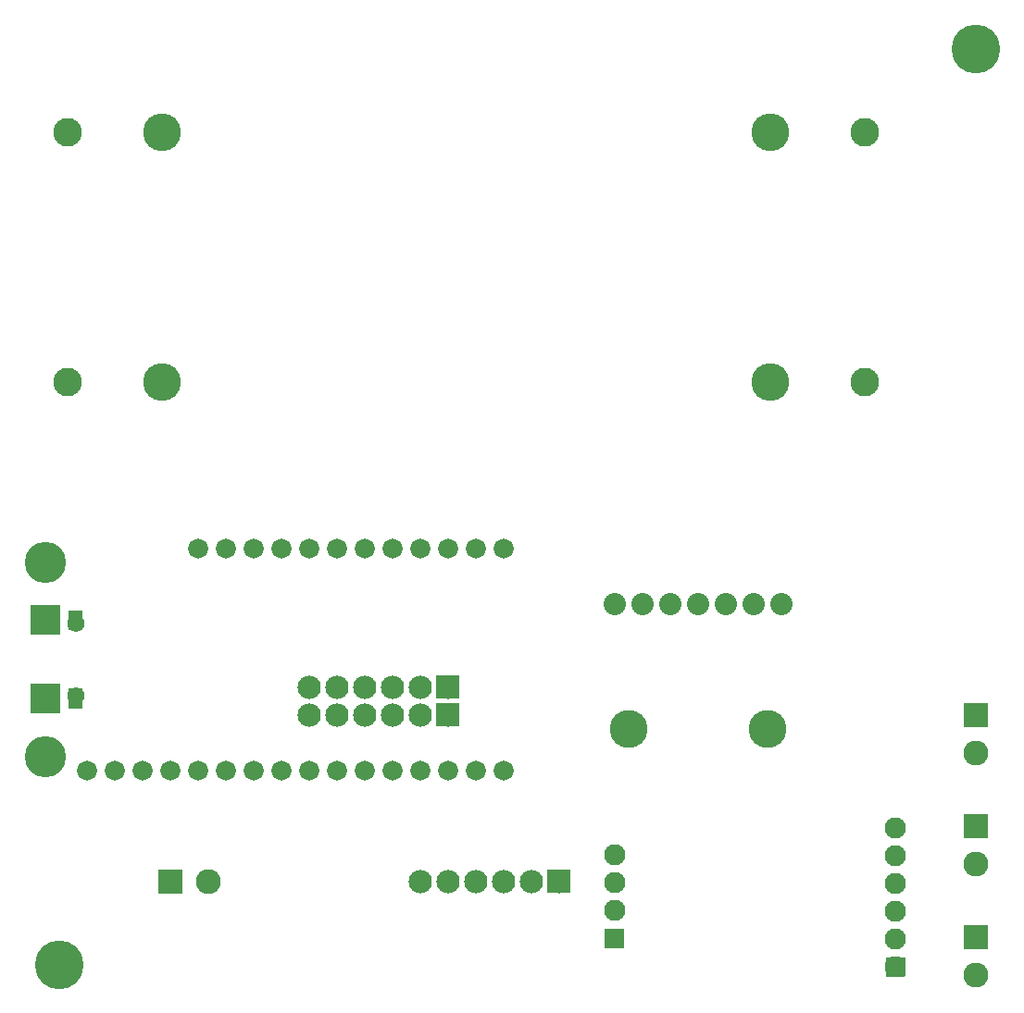
<source format=gts>
G04 MADE WITH FRITZING*
G04 WWW.FRITZING.ORG*
G04 DOUBLE SIDED*
G04 HOLES PLATED*
G04 CONTOUR ON CENTER OF CONTOUR VECTOR*
%ASAXBY*%
%FSLAX23Y23*%
%MOIN*%
%OFA0B0*%
%SFA1.0B1.0*%
%ADD10C,0.076555*%
%ADD11C,0.059194*%
%ADD12C,0.084000*%
%ADD13C,0.136614*%
%ADD14C,0.080000*%
%ADD15C,0.090000*%
%ADD16C,0.103000*%
%ADD17C,0.136000*%
%ADD18C,0.148425*%
%ADD19C,0.105000*%
%ADD20C,0.061496*%
%ADD21C,0.072000*%
%ADD22C,0.175354*%
%ADD23R,0.090000X0.090000*%
%ADD24R,0.105000X0.105000*%
%ADD25R,0.001000X0.001000*%
%LNMASK1*%
G90*
G70*
G54D10*
X3247Y264D03*
X3247Y364D03*
X3247Y464D03*
X3247Y564D03*
X3247Y664D03*
X3247Y164D03*
X2235Y367D03*
X2235Y467D03*
G54D11*
X2235Y267D03*
G54D10*
X2235Y567D03*
G54D12*
X1635Y1173D03*
X1535Y1173D03*
X1435Y1173D03*
X1335Y1173D03*
X1235Y1173D03*
X1135Y1173D03*
X1635Y1173D03*
X1535Y1173D03*
X1435Y1173D03*
X1335Y1173D03*
X1235Y1173D03*
X1135Y1173D03*
X1635Y1173D03*
X1535Y1173D03*
X1435Y1173D03*
X1335Y1173D03*
X1235Y1173D03*
X1135Y1173D03*
G54D13*
X2785Y1023D03*
G54D14*
X2235Y1473D03*
X2335Y1473D03*
X2435Y1473D03*
X2535Y1473D03*
X2635Y1473D03*
X2735Y1473D03*
X2835Y1473D03*
G54D13*
X2285Y1023D03*
X2785Y1023D03*
G54D14*
X2235Y1473D03*
X2335Y1473D03*
X2435Y1473D03*
X2535Y1473D03*
X2635Y1473D03*
X2735Y1473D03*
X2835Y1473D03*
G54D13*
X2285Y1023D03*
G54D15*
X3535Y1073D03*
X3535Y935D03*
X3535Y1073D03*
X3535Y935D03*
X3535Y673D03*
X3535Y535D03*
X3535Y673D03*
X3535Y535D03*
X3535Y273D03*
X3535Y135D03*
X3535Y273D03*
X3535Y135D03*
X635Y473D03*
X772Y473D03*
X635Y473D03*
X772Y473D03*
G54D16*
X266Y3173D03*
G54D17*
X607Y3173D03*
G54D16*
X3135Y3173D03*
G54D17*
X2797Y3173D03*
G54D16*
X266Y2273D03*
G54D17*
X607Y2273D03*
G54D16*
X3135Y2273D03*
G54D17*
X2797Y2273D03*
G54D18*
X185Y923D03*
G54D19*
X185Y1414D03*
G54D20*
X295Y1403D03*
G54D21*
X1835Y873D03*
X1735Y873D03*
X1635Y873D03*
X1535Y873D03*
X1435Y873D03*
X1335Y873D03*
X1235Y873D03*
X1135Y873D03*
X1035Y873D03*
G54D18*
X185Y1623D03*
G54D21*
X935Y873D03*
X835Y873D03*
X735Y873D03*
X635Y873D03*
X535Y873D03*
X435Y873D03*
X335Y873D03*
X735Y1673D03*
X835Y1673D03*
X935Y1673D03*
X1035Y1673D03*
X1135Y1673D03*
X1235Y1673D03*
X1335Y1673D03*
X1435Y1673D03*
X1535Y1673D03*
X1635Y1673D03*
X1735Y1673D03*
X1835Y1673D03*
G54D20*
X295Y1143D03*
G54D19*
X185Y1131D03*
G54D22*
X3535Y3473D03*
X235Y173D03*
G54D12*
X1635Y1073D03*
X1535Y1073D03*
X1435Y1073D03*
X1335Y1073D03*
X1235Y1073D03*
X1135Y1073D03*
X1635Y1073D03*
X1535Y1073D03*
X1435Y1073D03*
X1335Y1073D03*
X1235Y1073D03*
X1135Y1073D03*
X1635Y1073D03*
X1535Y1073D03*
X1435Y1073D03*
X1335Y1073D03*
X1235Y1073D03*
X1135Y1073D03*
X2035Y473D03*
X1935Y473D03*
X1835Y473D03*
X1735Y473D03*
X1635Y473D03*
X1535Y473D03*
X2035Y473D03*
X1935Y473D03*
X1835Y473D03*
X1735Y473D03*
X1635Y473D03*
X1535Y473D03*
X2035Y473D03*
X1935Y473D03*
X1835Y473D03*
X1735Y473D03*
X1635Y473D03*
X1535Y473D03*
G54D23*
X3535Y1073D03*
X3535Y1073D03*
X3535Y673D03*
X3535Y673D03*
X3535Y273D03*
X3535Y273D03*
X635Y473D03*
X635Y473D03*
G54D24*
X185Y1414D03*
X185Y1131D03*
G54D25*
X269Y1449D02*
X320Y1449D01*
X269Y1448D02*
X320Y1448D01*
X269Y1447D02*
X320Y1447D01*
X269Y1446D02*
X320Y1446D01*
X269Y1445D02*
X320Y1445D01*
X269Y1444D02*
X320Y1444D01*
X269Y1443D02*
X320Y1443D01*
X269Y1442D02*
X320Y1442D01*
X269Y1441D02*
X320Y1441D01*
X269Y1440D02*
X320Y1440D01*
X269Y1439D02*
X320Y1439D01*
X269Y1438D02*
X320Y1438D01*
X269Y1437D02*
X320Y1437D01*
X269Y1436D02*
X320Y1436D01*
X269Y1435D02*
X320Y1435D01*
X269Y1434D02*
X320Y1434D01*
X269Y1433D02*
X320Y1433D01*
X269Y1432D02*
X320Y1432D01*
X269Y1431D02*
X320Y1431D01*
X269Y1430D02*
X320Y1430D01*
X269Y1429D02*
X320Y1429D01*
X269Y1428D02*
X320Y1428D01*
X269Y1427D02*
X320Y1427D01*
X269Y1426D02*
X320Y1426D01*
X269Y1425D02*
X320Y1425D01*
X269Y1424D02*
X320Y1424D01*
X269Y1423D02*
X320Y1423D01*
X269Y1422D02*
X320Y1422D01*
X269Y1421D02*
X320Y1421D01*
X269Y1420D02*
X320Y1420D01*
X269Y1419D02*
X320Y1419D01*
X269Y1418D02*
X289Y1418D01*
X300Y1418D02*
X320Y1418D01*
X269Y1417D02*
X287Y1417D01*
X302Y1417D02*
X320Y1417D01*
X269Y1416D02*
X285Y1416D01*
X304Y1416D02*
X320Y1416D01*
X269Y1415D02*
X284Y1415D01*
X305Y1415D02*
X320Y1415D01*
X269Y1414D02*
X283Y1414D01*
X306Y1414D02*
X320Y1414D01*
X269Y1413D02*
X282Y1413D01*
X307Y1413D02*
X320Y1413D01*
X269Y1412D02*
X281Y1412D01*
X308Y1412D02*
X320Y1412D01*
X269Y1411D02*
X280Y1411D01*
X309Y1411D02*
X320Y1411D01*
X269Y1410D02*
X280Y1410D01*
X309Y1410D02*
X320Y1410D01*
X269Y1409D02*
X279Y1409D01*
X310Y1409D02*
X320Y1409D01*
X269Y1408D02*
X279Y1408D01*
X310Y1408D02*
X320Y1408D01*
X269Y1407D02*
X279Y1407D01*
X310Y1407D02*
X320Y1407D01*
X269Y1406D02*
X279Y1406D01*
X310Y1406D02*
X320Y1406D01*
X269Y1405D02*
X279Y1405D01*
X310Y1405D02*
X320Y1405D01*
X269Y1404D02*
X279Y1404D01*
X310Y1404D02*
X320Y1404D01*
X269Y1403D02*
X279Y1403D01*
X310Y1403D02*
X320Y1403D01*
X269Y1402D02*
X279Y1402D01*
X310Y1402D02*
X320Y1402D01*
X269Y1401D02*
X279Y1401D01*
X310Y1401D02*
X320Y1401D01*
X269Y1400D02*
X279Y1400D01*
X310Y1400D02*
X320Y1400D01*
X269Y1399D02*
X279Y1399D01*
X310Y1399D02*
X320Y1399D01*
X269Y1398D02*
X279Y1398D01*
X310Y1398D02*
X320Y1398D01*
X269Y1397D02*
X279Y1397D01*
X310Y1397D02*
X320Y1397D01*
X269Y1396D02*
X280Y1396D01*
X309Y1396D02*
X320Y1396D01*
X269Y1395D02*
X280Y1395D01*
X309Y1395D02*
X320Y1395D01*
X269Y1394D02*
X281Y1394D01*
X308Y1394D02*
X320Y1394D01*
X269Y1393D02*
X282Y1393D01*
X307Y1393D02*
X320Y1393D01*
X269Y1392D02*
X283Y1392D01*
X306Y1392D02*
X320Y1392D01*
X269Y1391D02*
X284Y1391D01*
X305Y1391D02*
X320Y1391D01*
X269Y1390D02*
X285Y1390D01*
X304Y1390D02*
X320Y1390D01*
X269Y1389D02*
X287Y1389D01*
X302Y1389D02*
X320Y1389D01*
X269Y1388D02*
X289Y1388D01*
X300Y1388D02*
X320Y1388D01*
X269Y1387D02*
X320Y1387D01*
X269Y1386D02*
X320Y1386D01*
X269Y1385D02*
X320Y1385D01*
X269Y1384D02*
X320Y1384D01*
X269Y1383D02*
X320Y1383D01*
X269Y1382D02*
X320Y1382D01*
X269Y1381D02*
X320Y1381D01*
X269Y1380D02*
X320Y1380D01*
X269Y1379D02*
X320Y1379D01*
X269Y1378D02*
X320Y1378D01*
X1593Y1215D02*
X1675Y1215D01*
X1593Y1214D02*
X1676Y1214D01*
X1593Y1213D02*
X1676Y1213D01*
X1593Y1212D02*
X1676Y1212D01*
X1593Y1211D02*
X1676Y1211D01*
X1593Y1210D02*
X1676Y1210D01*
X1593Y1209D02*
X1676Y1209D01*
X1593Y1208D02*
X1676Y1208D01*
X1593Y1207D02*
X1676Y1207D01*
X1593Y1206D02*
X1676Y1206D01*
X1593Y1205D02*
X1676Y1205D01*
X1593Y1204D02*
X1676Y1204D01*
X1593Y1203D02*
X1676Y1203D01*
X1593Y1202D02*
X1676Y1202D01*
X1593Y1201D02*
X1676Y1201D01*
X1593Y1200D02*
X1676Y1200D01*
X1593Y1199D02*
X1676Y1199D01*
X1593Y1198D02*
X1676Y1198D01*
X1593Y1197D02*
X1676Y1197D01*
X1593Y1196D02*
X1676Y1196D01*
X1593Y1195D02*
X1676Y1195D01*
X1593Y1194D02*
X1676Y1194D01*
X1593Y1193D02*
X1676Y1193D01*
X1593Y1192D02*
X1676Y1192D01*
X1593Y1191D02*
X1676Y1191D01*
X1593Y1190D02*
X1676Y1190D01*
X1593Y1189D02*
X1676Y1189D01*
X1593Y1188D02*
X1632Y1188D01*
X1636Y1188D02*
X1676Y1188D01*
X1593Y1187D02*
X1628Y1187D01*
X1640Y1187D02*
X1676Y1187D01*
X1593Y1186D02*
X1626Y1186D01*
X1642Y1186D02*
X1676Y1186D01*
X1593Y1185D02*
X1624Y1185D01*
X1644Y1185D02*
X1676Y1185D01*
X1593Y1184D02*
X1623Y1184D01*
X1645Y1184D02*
X1676Y1184D01*
X1593Y1183D02*
X1622Y1183D01*
X1646Y1183D02*
X1676Y1183D01*
X1593Y1182D02*
X1621Y1182D01*
X1647Y1182D02*
X1676Y1182D01*
X1593Y1181D02*
X1621Y1181D01*
X1647Y1181D02*
X1676Y1181D01*
X1593Y1180D02*
X1620Y1180D01*
X1648Y1180D02*
X1676Y1180D01*
X1593Y1179D02*
X1620Y1179D01*
X1648Y1179D02*
X1676Y1179D01*
X1593Y1178D02*
X1619Y1178D01*
X1649Y1178D02*
X1676Y1178D01*
X1593Y1177D02*
X1619Y1177D01*
X1649Y1177D02*
X1676Y1177D01*
X1593Y1176D02*
X1619Y1176D01*
X1649Y1176D02*
X1676Y1176D01*
X1593Y1175D02*
X1619Y1175D01*
X1649Y1175D02*
X1676Y1175D01*
X1593Y1174D02*
X1619Y1174D01*
X1649Y1174D02*
X1676Y1174D01*
X1593Y1173D02*
X1619Y1173D01*
X1649Y1173D02*
X1676Y1173D01*
X1593Y1172D02*
X1619Y1172D01*
X1649Y1172D02*
X1676Y1172D01*
X1593Y1171D02*
X1619Y1171D01*
X1649Y1171D02*
X1676Y1171D01*
X1593Y1170D02*
X1619Y1170D01*
X1649Y1170D02*
X1676Y1170D01*
X291Y1169D02*
X298Y1169D01*
X1593Y1169D02*
X1619Y1169D01*
X1649Y1169D02*
X1676Y1169D01*
X269Y1168D02*
X320Y1168D01*
X1593Y1168D02*
X1619Y1168D01*
X1649Y1168D02*
X1676Y1168D01*
X269Y1167D02*
X320Y1167D01*
X1593Y1167D02*
X1620Y1167D01*
X1648Y1167D02*
X1676Y1167D01*
X269Y1166D02*
X320Y1166D01*
X1593Y1166D02*
X1620Y1166D01*
X1648Y1166D02*
X1676Y1166D01*
X269Y1165D02*
X320Y1165D01*
X1593Y1165D02*
X1621Y1165D01*
X1647Y1165D02*
X1676Y1165D01*
X269Y1164D02*
X320Y1164D01*
X1593Y1164D02*
X1622Y1164D01*
X1646Y1164D02*
X1676Y1164D01*
X269Y1163D02*
X320Y1163D01*
X1593Y1163D02*
X1622Y1163D01*
X1646Y1163D02*
X1676Y1163D01*
X269Y1162D02*
X320Y1162D01*
X1593Y1162D02*
X1623Y1162D01*
X1645Y1162D02*
X1676Y1162D01*
X269Y1161D02*
X320Y1161D01*
X1593Y1161D02*
X1625Y1161D01*
X1643Y1161D02*
X1676Y1161D01*
X269Y1160D02*
X320Y1160D01*
X1593Y1160D02*
X1626Y1160D01*
X1642Y1160D02*
X1676Y1160D01*
X269Y1159D02*
X320Y1159D01*
X1593Y1159D02*
X1628Y1159D01*
X1640Y1159D02*
X1676Y1159D01*
X269Y1158D02*
X289Y1158D01*
X300Y1158D02*
X320Y1158D01*
X1593Y1158D02*
X1676Y1158D01*
X269Y1157D02*
X286Y1157D01*
X303Y1157D02*
X320Y1157D01*
X1593Y1157D02*
X1676Y1157D01*
X269Y1156D02*
X285Y1156D01*
X304Y1156D02*
X320Y1156D01*
X1593Y1156D02*
X1676Y1156D01*
X269Y1155D02*
X284Y1155D01*
X305Y1155D02*
X320Y1155D01*
X1593Y1155D02*
X1676Y1155D01*
X269Y1154D02*
X283Y1154D01*
X306Y1154D02*
X320Y1154D01*
X1593Y1154D02*
X1676Y1154D01*
X269Y1153D02*
X282Y1153D01*
X307Y1153D02*
X320Y1153D01*
X1593Y1153D02*
X1676Y1153D01*
X269Y1152D02*
X281Y1152D01*
X308Y1152D02*
X320Y1152D01*
X1593Y1152D02*
X1676Y1152D01*
X269Y1151D02*
X280Y1151D01*
X309Y1151D02*
X320Y1151D01*
X1593Y1151D02*
X1676Y1151D01*
X269Y1150D02*
X280Y1150D01*
X309Y1150D02*
X320Y1150D01*
X1593Y1150D02*
X1676Y1150D01*
X269Y1149D02*
X279Y1149D01*
X310Y1149D02*
X320Y1149D01*
X1593Y1149D02*
X1676Y1149D01*
X269Y1148D02*
X279Y1148D01*
X310Y1148D02*
X320Y1148D01*
X1593Y1148D02*
X1676Y1148D01*
X269Y1147D02*
X279Y1147D01*
X310Y1147D02*
X320Y1147D01*
X1593Y1147D02*
X1676Y1147D01*
X269Y1146D02*
X279Y1146D01*
X310Y1146D02*
X320Y1146D01*
X1593Y1146D02*
X1676Y1146D01*
X269Y1145D02*
X279Y1145D01*
X310Y1145D02*
X320Y1145D01*
X1593Y1145D02*
X1676Y1145D01*
X269Y1144D02*
X279Y1144D01*
X310Y1144D02*
X320Y1144D01*
X1593Y1144D02*
X1676Y1144D01*
X269Y1143D02*
X279Y1143D01*
X310Y1143D02*
X320Y1143D01*
X1593Y1143D02*
X1676Y1143D01*
X269Y1142D02*
X279Y1142D01*
X310Y1142D02*
X320Y1142D01*
X1593Y1142D02*
X1676Y1142D01*
X269Y1141D02*
X279Y1141D01*
X310Y1141D02*
X320Y1141D01*
X1593Y1141D02*
X1676Y1141D01*
X269Y1140D02*
X279Y1140D01*
X310Y1140D02*
X320Y1140D01*
X1593Y1140D02*
X1676Y1140D01*
X269Y1139D02*
X279Y1139D01*
X310Y1139D02*
X320Y1139D01*
X1593Y1139D02*
X1676Y1139D01*
X269Y1138D02*
X279Y1138D01*
X310Y1138D02*
X320Y1138D01*
X1593Y1138D02*
X1676Y1138D01*
X269Y1137D02*
X279Y1137D01*
X310Y1137D02*
X320Y1137D01*
X1593Y1137D02*
X1676Y1137D01*
X269Y1136D02*
X280Y1136D01*
X309Y1136D02*
X320Y1136D01*
X1593Y1136D02*
X1676Y1136D01*
X269Y1135D02*
X281Y1135D01*
X308Y1135D02*
X320Y1135D01*
X1593Y1135D02*
X1676Y1135D01*
X269Y1134D02*
X281Y1134D01*
X308Y1134D02*
X320Y1134D01*
X1593Y1134D02*
X1676Y1134D01*
X269Y1133D02*
X282Y1133D01*
X307Y1133D02*
X320Y1133D01*
X1593Y1133D02*
X1676Y1133D01*
X269Y1132D02*
X283Y1132D01*
X306Y1132D02*
X320Y1132D01*
X1593Y1132D02*
X1676Y1132D01*
X269Y1131D02*
X284Y1131D01*
X305Y1131D02*
X320Y1131D01*
X269Y1130D02*
X285Y1130D01*
X304Y1130D02*
X320Y1130D01*
X269Y1129D02*
X287Y1129D01*
X302Y1129D02*
X320Y1129D01*
X269Y1128D02*
X290Y1128D01*
X299Y1128D02*
X320Y1128D01*
X269Y1127D02*
X320Y1127D01*
X269Y1126D02*
X320Y1126D01*
X269Y1125D02*
X320Y1125D01*
X269Y1124D02*
X320Y1124D01*
X269Y1123D02*
X320Y1123D01*
X269Y1122D02*
X320Y1122D01*
X269Y1121D02*
X320Y1121D01*
X269Y1120D02*
X320Y1120D01*
X269Y1119D02*
X320Y1119D01*
X269Y1118D02*
X320Y1118D01*
X269Y1117D02*
X320Y1117D01*
X269Y1116D02*
X320Y1116D01*
X269Y1115D02*
X320Y1115D01*
X1593Y1115D02*
X1675Y1115D01*
X269Y1114D02*
X320Y1114D01*
X1593Y1114D02*
X1676Y1114D01*
X269Y1113D02*
X320Y1113D01*
X1593Y1113D02*
X1676Y1113D01*
X269Y1112D02*
X320Y1112D01*
X1593Y1112D02*
X1676Y1112D01*
X269Y1111D02*
X320Y1111D01*
X1593Y1111D02*
X1676Y1111D01*
X269Y1110D02*
X320Y1110D01*
X1593Y1110D02*
X1676Y1110D01*
X269Y1109D02*
X320Y1109D01*
X1593Y1109D02*
X1676Y1109D01*
X269Y1108D02*
X320Y1108D01*
X1593Y1108D02*
X1676Y1108D01*
X269Y1107D02*
X320Y1107D01*
X1593Y1107D02*
X1676Y1107D01*
X269Y1106D02*
X320Y1106D01*
X1593Y1106D02*
X1676Y1106D01*
X269Y1105D02*
X320Y1105D01*
X1593Y1105D02*
X1676Y1105D01*
X269Y1104D02*
X320Y1104D01*
X1593Y1104D02*
X1676Y1104D01*
X269Y1103D02*
X320Y1103D01*
X1593Y1103D02*
X1676Y1103D01*
X269Y1102D02*
X320Y1102D01*
X1593Y1102D02*
X1676Y1102D01*
X269Y1101D02*
X320Y1101D01*
X1593Y1101D02*
X1676Y1101D01*
X269Y1100D02*
X320Y1100D01*
X1593Y1100D02*
X1676Y1100D01*
X269Y1099D02*
X320Y1099D01*
X1593Y1099D02*
X1676Y1099D01*
X269Y1098D02*
X320Y1098D01*
X1593Y1098D02*
X1676Y1098D01*
X269Y1097D02*
X320Y1097D01*
X1593Y1097D02*
X1676Y1097D01*
X1593Y1096D02*
X1676Y1096D01*
X1593Y1095D02*
X1676Y1095D01*
X1593Y1094D02*
X1676Y1094D01*
X1593Y1093D02*
X1676Y1093D01*
X1593Y1092D02*
X1676Y1092D01*
X1593Y1091D02*
X1676Y1091D01*
X1593Y1090D02*
X1676Y1090D01*
X1593Y1089D02*
X1676Y1089D01*
X1593Y1088D02*
X1632Y1088D01*
X1636Y1088D02*
X1676Y1088D01*
X1593Y1087D02*
X1628Y1087D01*
X1640Y1087D02*
X1676Y1087D01*
X1593Y1086D02*
X1626Y1086D01*
X1642Y1086D02*
X1676Y1086D01*
X1593Y1085D02*
X1624Y1085D01*
X1644Y1085D02*
X1676Y1085D01*
X1593Y1084D02*
X1623Y1084D01*
X1645Y1084D02*
X1676Y1084D01*
X1593Y1083D02*
X1622Y1083D01*
X1646Y1083D02*
X1676Y1083D01*
X1593Y1082D02*
X1621Y1082D01*
X1647Y1082D02*
X1676Y1082D01*
X1593Y1081D02*
X1621Y1081D01*
X1647Y1081D02*
X1676Y1081D01*
X1593Y1080D02*
X1620Y1080D01*
X1648Y1080D02*
X1676Y1080D01*
X1593Y1079D02*
X1620Y1079D01*
X1648Y1079D02*
X1676Y1079D01*
X1593Y1078D02*
X1619Y1078D01*
X1649Y1078D02*
X1676Y1078D01*
X1593Y1077D02*
X1619Y1077D01*
X1649Y1077D02*
X1676Y1077D01*
X1593Y1076D02*
X1619Y1076D01*
X1649Y1076D02*
X1676Y1076D01*
X1593Y1075D02*
X1619Y1075D01*
X1649Y1075D02*
X1676Y1075D01*
X1593Y1074D02*
X1619Y1074D01*
X1649Y1074D02*
X1676Y1074D01*
X1593Y1073D02*
X1619Y1073D01*
X1649Y1073D02*
X1676Y1073D01*
X1593Y1072D02*
X1619Y1072D01*
X1649Y1072D02*
X1676Y1072D01*
X1593Y1071D02*
X1619Y1071D01*
X1649Y1071D02*
X1676Y1071D01*
X1593Y1070D02*
X1619Y1070D01*
X1649Y1070D02*
X1676Y1070D01*
X1593Y1069D02*
X1619Y1069D01*
X1649Y1069D02*
X1676Y1069D01*
X1593Y1068D02*
X1619Y1068D01*
X1649Y1068D02*
X1676Y1068D01*
X1593Y1067D02*
X1620Y1067D01*
X1648Y1067D02*
X1676Y1067D01*
X1593Y1066D02*
X1620Y1066D01*
X1648Y1066D02*
X1676Y1066D01*
X1593Y1065D02*
X1621Y1065D01*
X1647Y1065D02*
X1676Y1065D01*
X1593Y1064D02*
X1622Y1064D01*
X1646Y1064D02*
X1676Y1064D01*
X1593Y1063D02*
X1622Y1063D01*
X1646Y1063D02*
X1676Y1063D01*
X1593Y1062D02*
X1623Y1062D01*
X1645Y1062D02*
X1676Y1062D01*
X1593Y1061D02*
X1625Y1061D01*
X1643Y1061D02*
X1676Y1061D01*
X1593Y1060D02*
X1626Y1060D01*
X1642Y1060D02*
X1676Y1060D01*
X1593Y1059D02*
X1628Y1059D01*
X1640Y1059D02*
X1676Y1059D01*
X1593Y1058D02*
X1676Y1058D01*
X1593Y1057D02*
X1676Y1057D01*
X1593Y1056D02*
X1676Y1056D01*
X1593Y1055D02*
X1676Y1055D01*
X1593Y1054D02*
X1676Y1054D01*
X1593Y1053D02*
X1676Y1053D01*
X1593Y1052D02*
X1676Y1052D01*
X1593Y1051D02*
X1676Y1051D01*
X1593Y1050D02*
X1676Y1050D01*
X1593Y1049D02*
X1676Y1049D01*
X1593Y1048D02*
X1676Y1048D01*
X1593Y1047D02*
X1676Y1047D01*
X1593Y1046D02*
X1676Y1046D01*
X1593Y1045D02*
X1676Y1045D01*
X1593Y1044D02*
X1676Y1044D01*
X1593Y1043D02*
X1676Y1043D01*
X1593Y1042D02*
X1676Y1042D01*
X1593Y1041D02*
X1676Y1041D01*
X1593Y1040D02*
X1676Y1040D01*
X1593Y1039D02*
X1676Y1039D01*
X1593Y1038D02*
X1676Y1038D01*
X1593Y1037D02*
X1676Y1037D01*
X1593Y1036D02*
X1676Y1036D01*
X1593Y1035D02*
X1676Y1035D01*
X1593Y1034D02*
X1676Y1034D01*
X1593Y1033D02*
X1676Y1033D01*
X1593Y1032D02*
X1676Y1032D01*
X1993Y515D02*
X2075Y515D01*
X1992Y514D02*
X2075Y514D01*
X1992Y513D02*
X2075Y513D01*
X1992Y512D02*
X2075Y512D01*
X1992Y511D02*
X2075Y511D01*
X1992Y510D02*
X2075Y510D01*
X1992Y509D02*
X2075Y509D01*
X1992Y508D02*
X2075Y508D01*
X1992Y507D02*
X2075Y507D01*
X1992Y506D02*
X2075Y506D01*
X1992Y505D02*
X2075Y505D01*
X1992Y504D02*
X2075Y504D01*
X1992Y503D02*
X2075Y503D01*
X1992Y502D02*
X2075Y502D01*
X1992Y501D02*
X2075Y501D01*
X1992Y500D02*
X2075Y500D01*
X1992Y499D02*
X2075Y499D01*
X1992Y498D02*
X2075Y498D01*
X1992Y497D02*
X2075Y497D01*
X1992Y496D02*
X2075Y496D01*
X1992Y495D02*
X2075Y495D01*
X1992Y494D02*
X2075Y494D01*
X1992Y493D02*
X2075Y493D01*
X1992Y492D02*
X2075Y492D01*
X1992Y491D02*
X2075Y491D01*
X1992Y490D02*
X2075Y490D01*
X1992Y489D02*
X2075Y489D01*
X1992Y488D02*
X2032Y488D01*
X2036Y488D02*
X2075Y488D01*
X1992Y487D02*
X2028Y487D01*
X2040Y487D02*
X2075Y487D01*
X1992Y486D02*
X2026Y486D01*
X2042Y486D02*
X2075Y486D01*
X1992Y485D02*
X2024Y485D01*
X2044Y485D02*
X2075Y485D01*
X1992Y484D02*
X2023Y484D01*
X2045Y484D02*
X2075Y484D01*
X1992Y483D02*
X2022Y483D01*
X2046Y483D02*
X2075Y483D01*
X1992Y482D02*
X2021Y482D01*
X2047Y482D02*
X2075Y482D01*
X1992Y481D02*
X2021Y481D01*
X2047Y481D02*
X2075Y481D01*
X1992Y480D02*
X2020Y480D01*
X2048Y480D02*
X2075Y480D01*
X1992Y479D02*
X2020Y479D01*
X2048Y479D02*
X2075Y479D01*
X1992Y478D02*
X2019Y478D01*
X2049Y478D02*
X2075Y478D01*
X1992Y477D02*
X2019Y477D01*
X2049Y477D02*
X2075Y477D01*
X1992Y476D02*
X2019Y476D01*
X2049Y476D02*
X2075Y476D01*
X1992Y475D02*
X2019Y475D01*
X2049Y475D02*
X2075Y475D01*
X1992Y474D02*
X2019Y474D01*
X2049Y474D02*
X2075Y474D01*
X1992Y473D02*
X2019Y473D01*
X2049Y473D02*
X2075Y473D01*
X1992Y472D02*
X2019Y472D01*
X2049Y472D02*
X2075Y472D01*
X1992Y471D02*
X2019Y471D01*
X2049Y471D02*
X2075Y471D01*
X1992Y470D02*
X2019Y470D01*
X2049Y470D02*
X2075Y470D01*
X1992Y469D02*
X2019Y469D01*
X2049Y469D02*
X2075Y469D01*
X1992Y468D02*
X2019Y468D01*
X2049Y468D02*
X2075Y468D01*
X1992Y467D02*
X2020Y467D01*
X2048Y467D02*
X2075Y467D01*
X1992Y466D02*
X2020Y466D01*
X2048Y466D02*
X2075Y466D01*
X1992Y465D02*
X2021Y465D01*
X2047Y465D02*
X2075Y465D01*
X1992Y464D02*
X2022Y464D01*
X2046Y464D02*
X2075Y464D01*
X1992Y463D02*
X2022Y463D01*
X2045Y463D02*
X2075Y463D01*
X1992Y462D02*
X2024Y462D01*
X2044Y462D02*
X2075Y462D01*
X1992Y461D02*
X2025Y461D01*
X2043Y461D02*
X2075Y461D01*
X1992Y460D02*
X2026Y460D01*
X2042Y460D02*
X2075Y460D01*
X1992Y459D02*
X2028Y459D01*
X2040Y459D02*
X2075Y459D01*
X1992Y458D02*
X2075Y458D01*
X1992Y457D02*
X2075Y457D01*
X1992Y456D02*
X2075Y456D01*
X1992Y455D02*
X2075Y455D01*
X1992Y454D02*
X2075Y454D01*
X1992Y453D02*
X2075Y453D01*
X1992Y452D02*
X2075Y452D01*
X1992Y451D02*
X2075Y451D01*
X1992Y450D02*
X2075Y450D01*
X1992Y449D02*
X2075Y449D01*
X1992Y448D02*
X2075Y448D01*
X1992Y447D02*
X2075Y447D01*
X1992Y446D02*
X2075Y446D01*
X1992Y445D02*
X2075Y445D01*
X1992Y444D02*
X2075Y444D01*
X1992Y443D02*
X2075Y443D01*
X1992Y442D02*
X2075Y442D01*
X1992Y441D02*
X2075Y441D01*
X1992Y440D02*
X2075Y440D01*
X1992Y439D02*
X2075Y439D01*
X1992Y438D02*
X2075Y438D01*
X1992Y437D02*
X2075Y437D01*
X1992Y436D02*
X2075Y436D01*
X1992Y435D02*
X2075Y435D01*
X1992Y434D02*
X2075Y434D01*
X1992Y433D02*
X2075Y433D01*
X1992Y432D02*
X2075Y432D01*
X2200Y302D02*
X2268Y302D01*
X2200Y301D02*
X2268Y301D01*
X2200Y300D02*
X2268Y300D01*
X2200Y299D02*
X2268Y299D01*
X2200Y298D02*
X2268Y298D01*
X2200Y297D02*
X2268Y297D01*
X2200Y296D02*
X2268Y296D01*
X2200Y295D02*
X2268Y295D01*
X2200Y294D02*
X2268Y294D01*
X2200Y293D02*
X2268Y293D01*
X2200Y292D02*
X2268Y292D01*
X2200Y291D02*
X2268Y291D01*
X2200Y290D02*
X2268Y290D01*
X2200Y289D02*
X2268Y289D01*
X2200Y288D02*
X2268Y288D01*
X2200Y287D02*
X2268Y287D01*
X2200Y286D02*
X2268Y286D01*
X2200Y285D02*
X2268Y285D01*
X2200Y284D02*
X2268Y284D01*
X2200Y283D02*
X2268Y283D01*
X2200Y282D02*
X2268Y282D01*
X2200Y281D02*
X2233Y281D01*
X2235Y281D02*
X2268Y281D01*
X2200Y280D02*
X2228Y280D01*
X2240Y280D02*
X2268Y280D01*
X2200Y279D02*
X2226Y279D01*
X2242Y279D02*
X2268Y279D01*
X2200Y278D02*
X2225Y278D01*
X2243Y278D02*
X2268Y278D01*
X2200Y277D02*
X2224Y277D01*
X2244Y277D02*
X2268Y277D01*
X2200Y276D02*
X2223Y276D01*
X2245Y276D02*
X2268Y276D01*
X2200Y275D02*
X2222Y275D01*
X2246Y275D02*
X2268Y275D01*
X2200Y274D02*
X2222Y274D01*
X2246Y274D02*
X2268Y274D01*
X2200Y273D02*
X2221Y273D01*
X2247Y273D02*
X2268Y273D01*
X2200Y272D02*
X2221Y272D01*
X2247Y272D02*
X2268Y272D01*
X2200Y271D02*
X2220Y271D01*
X2248Y271D02*
X2268Y271D01*
X2200Y270D02*
X2220Y270D01*
X2248Y270D02*
X2268Y270D01*
X2200Y269D02*
X2220Y269D01*
X2248Y269D02*
X2268Y269D01*
X2200Y268D02*
X2220Y268D01*
X2248Y268D02*
X2268Y268D01*
X2200Y267D02*
X2220Y267D01*
X2248Y267D02*
X2268Y267D01*
X2200Y266D02*
X2220Y266D01*
X2248Y266D02*
X2268Y266D01*
X2200Y265D02*
X2220Y265D01*
X2248Y265D02*
X2268Y265D01*
X2200Y264D02*
X2220Y264D01*
X2248Y264D02*
X2268Y264D01*
X2200Y263D02*
X2221Y263D01*
X2247Y263D02*
X2268Y263D01*
X2200Y262D02*
X2221Y262D01*
X2247Y262D02*
X2268Y262D01*
X2200Y261D02*
X2222Y261D01*
X2246Y261D02*
X2268Y261D01*
X2200Y260D02*
X2222Y260D01*
X2246Y260D02*
X2268Y260D01*
X2200Y259D02*
X2223Y259D01*
X2245Y259D02*
X2268Y259D01*
X2200Y258D02*
X2224Y258D01*
X2244Y258D02*
X2268Y258D01*
X2200Y257D02*
X2225Y257D01*
X2243Y257D02*
X2268Y257D01*
X2200Y256D02*
X2226Y256D01*
X2242Y256D02*
X2268Y256D01*
X2200Y255D02*
X2228Y255D01*
X2240Y255D02*
X2268Y255D01*
X2200Y254D02*
X2268Y254D01*
X2200Y253D02*
X2268Y253D01*
X2200Y252D02*
X2268Y252D01*
X2200Y251D02*
X2268Y251D01*
X2200Y250D02*
X2268Y250D01*
X2200Y249D02*
X2268Y249D01*
X2200Y248D02*
X2268Y248D01*
X2200Y247D02*
X2268Y247D01*
X2200Y246D02*
X2268Y246D01*
X2200Y245D02*
X2268Y245D01*
X2200Y244D02*
X2268Y244D01*
X2200Y243D02*
X2268Y243D01*
X2200Y242D02*
X2268Y242D01*
X2200Y241D02*
X2268Y241D01*
X2200Y240D02*
X2268Y240D01*
X2200Y239D02*
X2268Y239D01*
X2200Y238D02*
X2268Y238D01*
X2200Y237D02*
X2268Y237D01*
X2200Y236D02*
X2268Y236D01*
X2200Y235D02*
X2268Y235D01*
X2200Y234D02*
X2268Y234D01*
X2200Y233D02*
X2268Y233D01*
X3212Y199D02*
X3281Y199D01*
X3212Y198D02*
X3281Y198D01*
X3212Y197D02*
X3281Y197D01*
X3212Y196D02*
X3281Y196D01*
X3212Y195D02*
X3281Y195D01*
X3212Y194D02*
X3281Y194D01*
X3212Y193D02*
X3281Y193D01*
X3212Y192D02*
X3281Y192D01*
X3212Y191D02*
X3281Y191D01*
X3212Y190D02*
X3281Y190D01*
X3212Y189D02*
X3281Y189D01*
X3212Y188D02*
X3281Y188D01*
X3212Y187D02*
X3281Y187D01*
X3212Y186D02*
X3281Y186D01*
X3212Y185D02*
X3281Y185D01*
X3212Y184D02*
X3281Y184D01*
X3212Y183D02*
X3281Y183D01*
X3212Y182D02*
X3281Y182D01*
X3212Y181D02*
X3281Y181D01*
X3212Y180D02*
X3281Y180D01*
X3212Y179D02*
X3281Y179D01*
X3212Y178D02*
X3243Y178D01*
X3250Y178D02*
X3281Y178D01*
X3212Y177D02*
X3240Y177D01*
X3253Y177D02*
X3281Y177D01*
X3212Y176D02*
X3238Y176D01*
X3254Y176D02*
X3281Y176D01*
X3212Y175D02*
X3237Y175D01*
X3256Y175D02*
X3281Y175D01*
X3212Y174D02*
X3236Y174D01*
X3257Y174D02*
X3281Y174D01*
X3212Y173D02*
X3235Y173D01*
X3258Y173D02*
X3281Y173D01*
X3212Y172D02*
X3234Y172D01*
X3258Y172D02*
X3281Y172D01*
X3212Y171D02*
X3234Y171D01*
X3259Y171D02*
X3281Y171D01*
X3212Y170D02*
X3233Y170D01*
X3259Y170D02*
X3281Y170D01*
X3212Y169D02*
X3233Y169D01*
X3260Y169D02*
X3281Y169D01*
X3212Y168D02*
X3233Y168D01*
X3260Y168D02*
X3281Y168D01*
X3212Y167D02*
X3233Y167D01*
X3260Y167D02*
X3281Y167D01*
X3212Y166D02*
X3233Y166D01*
X3260Y166D02*
X3281Y166D01*
X3212Y165D02*
X3232Y165D01*
X3260Y165D02*
X3281Y165D01*
X3212Y164D02*
X3232Y164D01*
X3260Y164D02*
X3281Y164D01*
X3212Y163D02*
X3233Y163D01*
X3260Y163D02*
X3281Y163D01*
X3212Y162D02*
X3233Y162D01*
X3260Y162D02*
X3281Y162D01*
X3212Y161D02*
X3233Y161D01*
X3260Y161D02*
X3281Y161D01*
X3212Y160D02*
X3233Y160D01*
X3260Y160D02*
X3281Y160D01*
X3212Y159D02*
X3234Y159D01*
X3259Y159D02*
X3281Y159D01*
X3212Y158D02*
X3234Y158D01*
X3259Y158D02*
X3281Y158D01*
X3212Y157D02*
X3235Y157D01*
X3258Y157D02*
X3281Y157D01*
X3212Y156D02*
X3236Y156D01*
X3257Y156D02*
X3281Y156D01*
X3212Y155D02*
X3237Y155D01*
X3256Y155D02*
X3281Y155D01*
X3212Y154D02*
X3238Y154D01*
X3255Y154D02*
X3281Y154D01*
X3212Y153D02*
X3239Y153D01*
X3254Y153D02*
X3281Y153D01*
X3212Y152D02*
X3241Y152D01*
X3252Y152D02*
X3281Y152D01*
X3212Y151D02*
X3281Y151D01*
X3212Y150D02*
X3281Y150D01*
X3212Y149D02*
X3281Y149D01*
X3212Y148D02*
X3281Y148D01*
X3212Y147D02*
X3281Y147D01*
X3212Y146D02*
X3281Y146D01*
X3212Y145D02*
X3281Y145D01*
X3212Y144D02*
X3281Y144D01*
X3212Y143D02*
X3281Y143D01*
X3212Y142D02*
X3281Y142D01*
X3212Y141D02*
X3281Y141D01*
X3212Y140D02*
X3281Y140D01*
X3212Y139D02*
X3281Y139D01*
X3212Y138D02*
X3281Y138D01*
X3212Y137D02*
X3281Y137D01*
X3212Y136D02*
X3281Y136D01*
X3212Y135D02*
X3281Y135D01*
X3212Y134D02*
X3281Y134D01*
X3212Y133D02*
X3281Y133D01*
X3212Y132D02*
X3281Y132D01*
X3212Y131D02*
X3281Y131D01*
X3213Y130D02*
X3280Y130D01*
D02*
G04 End of Mask1*
M02*
</source>
